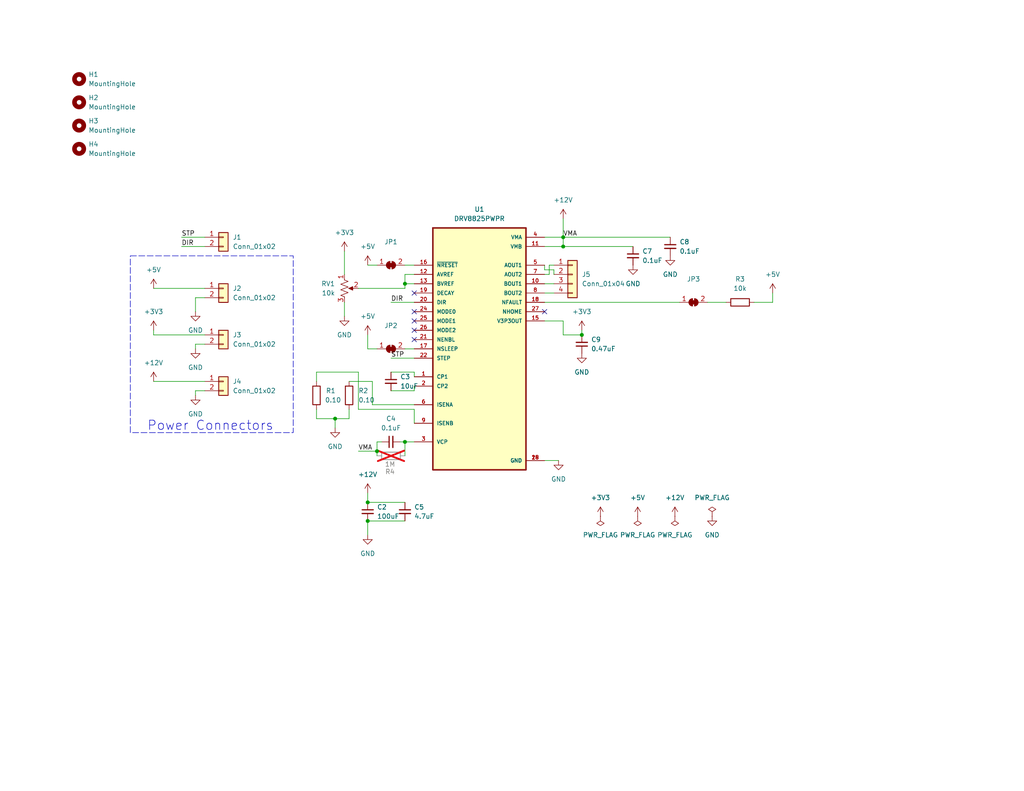
<source format=kicad_sch>
(kicad_sch (version 20231120) (generator "eeschema") (generator_version "8.0")
  (paper "USLetter")
  (title_block (title "Motor Driver") (date "2025-03-12") (rev "1.0") (company "ECE 445: Senior Capstone Project") (comment 1 "Designed By: Arash Amiri & Omkar Kulkarni"))
  (lib_symbols
    (symbol "Connector_Generic:Conn_01x02" (pin_names (offset 1.016) hide)
      (property "Reference" "J" (at 0 2.54 0))
      (property "Value" "Conn_01x02" (at 0 -5.08 0))
      (symbol "Conn_01x02_1_1"
        (rectangle (start -1.27 -2.413) (end 0 -2.667) (stroke (width 0.1524)))
        (rectangle (start -1.27 0.127) (end 0 -0.127) (stroke (width 0.1524)))
        (rectangle (start -1.27 1.27) (end 1.27 -3.81) (stroke (width 0.254)) (fill (type background)))
        (pin passive line (at -5.08 0 0) (length 3.81) (name "Pin_1") (number "1"))
        (pin passive line (at -5.08 -2.54 0) (length 3.81) (name "Pin_2") (number "2"))
      )
    )
    (symbol "Connector_Generic:Conn_01x04" (pin_names (offset 1.016) hide)
      (property "Reference" "J" (at 0 5.08 0))
      (property "Value" "Conn_01x04" (at 0 -7.62 0))
      (symbol "Conn_01x04_1_1"
        (rectangle (start -1.27 -4.953) (end 0 -5.207) (stroke (width 0.1524)))
        (rectangle (start -1.27 -2.413) (end 0 -2.667) (stroke (width 0.1524)))
        (rectangle (start -1.27 0.127) (end 0 -0.127) (stroke (width 0.1524)))
        (rectangle (start -1.27 2.667) (end 0 2.413) (stroke (width 0.1524)))
        (rectangle (start -1.27 3.81) (end 1.27 -6.35) (stroke (width 0.254)) (fill (type background)))
        (pin passive line (at -5.08 2.54 0) (length 3.81) (name "Pin_1") (number "1"))
        (pin passive line (at -5.08 0 0) (length 3.81) (name "Pin_2") (number "2"))
        (pin passive line (at -5.08 -2.54 0) (length 3.81) (name "Pin_3") (number "3"))
        (pin passive line (at -5.08 -5.08 0) (length 3.81) (name "Pin_4") (number "4"))
      )
    )
    (symbol "DRV8825PWPR:DRV8825PWPR" (pin_names (offset 1.016))
      (property "Reference" "U" (at -12.7 34.02 0))
      (property "Value" "DRV8825PWPR" (at -12.7 -37.02 0))
      (symbol "DRV8825PWPR_0_0"
        (rectangle (start -12.7 -33.02) (end 12.7 33.02) (stroke (width 0.41)) (fill (type background)))
        (pin bidirectional line (at -17.78 -7.62 0) (length 5.08) (name "CP1") (number "1"))
        (pin output line (at 17.78 17.78 180) (length 5.08) (name "BOUT1") (number "10"))
        (pin power_in line (at 17.78 27.94 180) (length 5.08) (name "VMB") (number "11"))
        (pin input line (at -17.78 20.32 0) (length 5.08) (name "AVREF") (number "12"))
        (pin input line (at -17.78 17.78 0) (length 5.08) (name "BVREF") (number "13"))
        (pin power_in line (at 17.78 -30.48 180) (length 5.08) (name "GND") (number "14"))
        (pin output line (at 17.78 7.62 180) (length 5.08) (name "V3P3OUT") (number "15"))
        (pin input line (at -17.78 22.86 0) (length 5.08) (name "~{NRESET}") (number "16"))
        (pin input line (at -17.78 0 0) (length 5.08) (name "NSLEEP") (number "17"))
        (pin output line (at 17.78 12.7 180) (length 5.08) (name "NFAULT") (number "18"))
        (pin input line (at -17.78 15.24 0) (length 5.08) (name "DECAY") (number "19"))
        (pin bidirectional line (at -17.78 -10.16 0) (length 5.08) (name "CP2") (number "2"))
        (pin input line (at -17.78 12.7 0) (length 5.08) (name "DIR") (number "20"))
        (pin input line (at -17.78 2.54 0) (length 5.08) (name "NENBL") (number "21"))
        (pin input line (at -17.78 -2.54 0) (length 5.08) (name "STEP") (number "22"))
        (pin input line (at -17.78 10.16 0) (length 5.08) (name "MODE0") (number "24"))
        (pin input line (at -17.78 7.62 0) (length 5.08) (name "MODE1") (number "25"))
        (pin input line (at -17.78 5.08 0) (length 5.08) (name "MODE2") (number "26"))
        (pin output line (at 17.78 10.16 180) (length 5.08) (name "NHOME") (number "27"))
        (pin power_in line (at 17.78 -30.48 180) (length 5.08) (name "GND") (number "28"))
        (pin bidirectional line (at -17.78 -25.4 0) (length 5.08) (name "VCP") (number "3"))
        (pin power_in line (at 17.78 30.48 180) (length 5.08) (name "VMA") (number "4"))
        (pin output line (at 17.78 22.86 180) (length 5.08) (name "AOUT1") (number "5"))
        (pin bidirectional line (at -17.78 -15.24 0) (length 5.08) (name "ISENA") (number "6"))
        (pin output line (at 17.78 20.32 180) (length 5.08) (name "AOUT2") (number "7"))
        (pin output line (at 17.78 15.24 180) (length 5.08) (name "BOUT2") (number "8"))
        (pin bidirectional line (at -17.78 -20.32 0) (length 5.08) (name "ISENB") (number "9"))
      )
    )
    (symbol "Device:R_Potentiometer_US" (pin_names (offset 1.016) hide)
      (property "Reference" "RV" (at -4.445 0 90))
      (property "Value" "R_Potentiometer_US" (at -2.54 0 90))
      (symbol "R_Potentiometer_US_0_1"
        (polyline (pts (xy 0 -2.286) (xy 0 -2.54)))
        (polyline (pts (xy 0 2.54) (xy 0 2.286)))
        (polyline (pts (xy 2.54 0) (xy 1.524 0)))
        (polyline (pts (xy 1.143 0) (xy 2.286 0.508) (xy 2.286 -0.508) (xy 1.143 0)) (fill (type outline)))
        (polyline (pts (xy 0 -0.762) (xy 1.016 -1.143) (xy 0 -1.524) (xy -1.016 -1.905) (xy 0 -2.286)))
        (polyline (pts (xy 0 0.762) (xy 1.016 0.381) (xy 0 0) (xy -1.016 -0.381) (xy 0 -0.762)))
        (polyline (pts (xy 0 2.286) (xy 1.016 1.905) (xy 0 1.524) (xy -1.016 1.143) (xy 0 0.762)))
      )
      (symbol "R_Potentiometer_US_1_1"
        (pin passive line (at 0 3.81 270) (length 1.27) (name "1") (number "1"))
        (pin passive line (at 3.81 0 180) (length 1.27) (name "2") (number "2"))
        (pin passive line (at 0 -3.81 90) (length 1.27) (name "3") (number "3"))
      )
    )
    (symbol "Jumper:SolderJumper_2_Bridged" (pin_names (offset 0) hide)
      (property "Reference" "JP" (at 0 2.032 0))
      (property "Value" "SolderJumper_2_Bridged" (at 0 -2.54 0))
      (symbol "SolderJumper_2_Bridged_0_1"
        (rectangle (start -0.508 0.508) (end 0.508 -0.508) (fill (type outline)))
        (arc (start -0.254 1.016) (mid -1.2655 0) (end -0.254 -1.016))
        (arc (start -0.254 1.016) (mid -1.2655 0) (end -0.254 -1.016) (fill (type outline)))
        (polyline (pts (xy -0.254 1.016) (xy -0.254 -1.016)))
        (polyline (pts (xy 0.254 1.016) (xy 0.254 -1.016)))
        (arc (start 0.254 -1.016) (mid 1.2655 0) (end 0.254 1.016))
        (arc (start 0.254 -1.016) (mid 1.2655 0) (end 0.254 1.016) (fill (type outline)))
      )
      (symbol "SolderJumper_2_Bridged_1_1"
        (pin passive line (at -3.81 0 0) (length 2.54) (name "A") (number "1"))
        (pin passive line (at 3.81 0 180) (length 2.54) (name "B") (number "2"))
      )
    )
    (symbol "Mechanical:MountingHole" (pin_names (offset 1.016))
      (property "Reference" "H" (at 0 5.08 0))
      (property "Value" "MountingHole" (at 0 3.175 0))
      (symbol "MountingHole_0_1"
        (circle (center 0 0) (radius 1.27) (stroke (width 1.27)))
      )
    )
    (symbol "device:C_Small" (pin_numbers hide) (pin_names (offset 0.254) hide)
      (property "Reference" "C" (at 0.254 1.778 0))
      (property "Value" "C_Small" (at 0.254 -2.032 0))
      (symbol "C_Small_0_1"
        (polyline (pts (xy -1.524 -0.508) (xy 1.524 -0.508)) (stroke (width 0.3302)))
        (polyline (pts (xy -1.524 0.508) (xy 1.524 0.508)) (stroke (width 0.3048)))
      )
      (symbol "C_Small_1_1"
        (pin passive line (at 0 2.54 270) (length 2.032) (name "~") (number "1"))
        (pin passive line (at 0 -2.54 90) (length 2.032) (name "~") (number "2"))
      )
    )
    (symbol "device:R" (pin_numbers hide) (pin_names (offset 0))
      (property "Reference" "R" (at 2.032 0 90))
      (property "Value" "R" (at 0 0 90))
      (symbol "R_0_1"
        (rectangle (start -1.016 -2.54) (end 1.016 2.54) (stroke (width 0.254)))
      )
      (symbol "R_1_1"
        (pin passive line (at 0 3.81 270) (length 1.27) (name "~") (number "1"))
        (pin passive line (at 0 -3.81 90) (length 1.27) (name "~") (number "2"))
      )
    )
    (symbol "power:+12V" (power) (pin_names (offset 0))
      (property "Value" "+12V" (at 0 3.556 0))
      (symbol "+12V_0_1"
        (polyline (pts (xy -0.762 1.27) (xy 0 2.54)))
        (polyline (pts (xy 0 0) (xy 0 2.54)))
        (polyline (pts (xy 0 2.54) (xy 0.762 1.27)))
      )
      (symbol "+12V_1_1"
        (pin power_in line (at 0 0 90) (length 0) hide (name "+12V") (number "1"))
      )
    )
    (symbol "power:+3V3" (power) (pin_names (offset 0))
      (property "Value" "+3V3" (at 0 3.556 0))
      (symbol "+3V3_0_1"
        (polyline (pts (xy -0.762 1.27) (xy 0 2.54)))
        (polyline (pts (xy 0 0) (xy 0 2.54)))
        (polyline (pts (xy 0 2.54) (xy 0.762 1.27)))
      )
      (symbol "+3V3_1_1"
        (pin power_in line (at 0 0 90) (length 0) hide (name "+3V3") (number "1"))
      )
    )
    (symbol "power:+5V" (power) (pin_names (offset 0))
      (property "Value" "+5V" (at 0 3.556 0))
      (symbol "+5V_0_1"
        (polyline (pts (xy -0.762 1.27) (xy 0 2.54)))
        (polyline (pts (xy 0 0) (xy 0 2.54)))
        (polyline (pts (xy 0 2.54) (xy 0.762 1.27)))
      )
      (symbol "+5V_1_1"
        (pin power_in line (at 0 0 90) (length 0) hide (name "+5V") (number "1"))
      )
    )
    (symbol "power:GND" (power) (pin_names (offset 0))
      (property "Value" "GND" (at 0 -3.81 0))
      (symbol "GND_0_1"
        (polyline (pts (xy 0 0) (xy 0 -1.27) (xy 1.27 -1.27) (xy 0 -2.54) (xy -1.27 -1.27) (xy 0 -1.27)))
      )
      (symbol "GND_1_1"
        (pin power_in line (at 0 0 270) (length 0) hide (name "GND") (number "1"))
      )
    )
    (symbol "power:PWR_FLAG" (power) (pin_numbers hide) (pin_names (offset 0) hide)
      (property "Value" "PWR_FLAG" (at 0 3.81 0))
      (symbol "PWR_FLAG_0_0"
        (pin power_out line (at 0 0 90) (length 0) (name "pwr") (number "1"))
      )
      (symbol "PWR_FLAG_0_1"
        (polyline (pts (xy 0 0) (xy 0 1.27) (xy -1.016 1.905) (xy 0 2.54) (xy 1.016 1.905) (xy 0 1.27)))
      )
    )
  )
  (junction (at 110.49 77.47))
  (junction (at 100.33 142.24))
  (junction (at 158.75 91.44))
  (junction (at 102.87 123.19))
  (junction (at 91.44 114.3))
  (junction (at 100.33 137.16))
  (junction (at 110.49 120.65))
  (junction (at 153.67 64.77))
  (junction (at 153.67 67.31))
  (no_connect (at 113.03 87.63))
  (no_connect (at 113.03 80.01))
  (no_connect (at 113.03 85.09))
  (no_connect (at 113.03 90.17))
  (no_connect (at 148.59 85.09))
  (no_connect (at 113.03 92.71))
  (wire (pts (xy 106.68 101.6) (xy 113.03 101.6)))
  (wire (pts (xy 149.86 74.93) (xy 149.86 72.39)))
  (wire (pts (xy 100.33 142.24) (xy 100.33 146.05)))
  (wire (pts (xy 148.59 64.77) (xy 153.67 64.77)))
  (wire (pts (xy 148.59 80.01) (xy 151.13 80.01)))
  (wire (pts (xy 110.49 120.65) (xy 113.03 120.65)))
  (wire (pts (xy 49.53 64.77) (xy 55.88 64.77)))
  (wire (pts (xy 97.79 111.76) (xy 97.79 101.6)))
  (wire (pts (xy 148.59 87.63) (xy 153.67 87.63)))
  (wire (pts (xy 91.44 114.3) (xy 91.44 116.84)))
  (wire (pts (xy 148.59 72.39) (xy 148.59 73.66)))
  (wire (pts (xy 53.34 93.98) (xy 53.34 95.25)))
  (wire (pts (xy 148.59 82.55) (xy 185.42 82.55)))
  (wire (pts (xy 158.75 90.17) (xy 158.75 91.44)))
  (wire (pts (xy 148.59 67.31) (xy 153.67 67.31)))
  (wire (pts (xy 110.49 95.25) (xy 113.03 95.25)))
  (wire (pts (xy 153.67 67.31) (xy 153.67 64.77)))
  (wire (pts (xy 193.04 82.55) (xy 198.12 82.55)))
  (wire (pts (xy 113.03 110.49) (xy 101.6 110.49)))
  (wire (pts (xy 110.49 74.93) (xy 110.49 77.47)))
  (wire (pts (xy 153.67 87.63) (xy 153.67 91.44)))
  (wire (pts (xy 153.67 59.69) (xy 153.67 64.77)))
  (wire (pts (xy 113.03 105.41) (xy 113.03 106.68)))
  (wire (pts (xy 102.87 123.19) (xy 102.87 120.65)))
  (wire (pts (xy 110.49 72.39) (xy 113.03 72.39)))
  (wire (pts (xy 113.03 106.68) (xy 106.68 106.68)))
  (wire (pts (xy 109.22 120.65) (xy 110.49 120.65)))
  (wire (pts (xy 110.49 78.74) (xy 110.49 77.47)))
  (wire (pts (xy 149.86 72.39) (xy 151.13 72.39)))
  (wire (pts (xy 102.87 123.19) (xy 102.87 124.46)))
  (wire (pts (xy 55.88 93.98) (xy 53.34 93.98)))
  (wire (pts (xy 100.33 134.62) (xy 100.33 137.16)))
  (wire (pts (xy 86.36 101.6) (xy 86.36 104.14)))
  (wire (pts (xy 153.67 91.44) (xy 158.75 91.44)))
  (wire (pts (xy 93.98 82.55) (xy 93.98 86.36)))
  (wire (pts (xy 100.33 72.39) (xy 102.87 72.39)))
  (wire (pts (xy 97.79 101.6) (xy 86.36 101.6)))
  (wire (pts (xy 86.36 114.3) (xy 91.44 114.3)))
  (wire (pts (xy 95.25 111.76) (xy 95.25 114.3)))
  (wire (pts (xy 106.68 82.55) (xy 113.03 82.55)))
  (wire (pts (xy 101.6 104.14) (xy 95.25 104.14)))
  (wire (pts (xy 91.44 114.3) (xy 95.25 114.3)))
  (wire (pts (xy 104.14 120.65) (xy 102.87 120.65)))
  (wire (pts (xy 55.88 91.44) (xy 41.91 91.44)))
  (wire (pts (xy 110.49 77.47) (xy 113.03 77.47)))
  (wire (pts (xy 93.98 74.93) (xy 93.98 68.58)))
  (wire (pts (xy 101.6 110.49) (xy 101.6 104.14)))
  (wire (pts (xy 148.59 74.93) (xy 149.86 74.93)))
  (wire (pts (xy 110.49 120.65) (xy 110.49 124.46)))
  (wire (pts (xy 148.59 125.73) (xy 152.4 125.73)))
  (wire (pts (xy 106.68 97.79) (xy 113.03 97.79)))
  (wire (pts (xy 53.34 106.68) (xy 53.34 107.95)))
  (wire (pts (xy 113.03 111.76) (xy 97.79 111.76)))
  (wire (pts (xy 97.79 78.74) (xy 110.49 78.74)))
  (wire (pts (xy 41.91 91.44) (xy 41.91 90.17)))
  (wire (pts (xy 100.33 95.25) (xy 102.87 95.25)))
  (wire (pts (xy 153.67 64.77) (xy 182.88 64.77)))
  (wire (pts (xy 53.34 81.28) (xy 53.34 85.09)))
  (wire (pts (xy 49.53 67.31) (xy 55.88 67.31)))
  (wire (pts (xy 148.59 77.47) (xy 151.13 77.47)))
  (wire (pts (xy 153.67 67.31) (xy 172.72 67.31)))
  (wire (pts (xy 41.91 78.74) (xy 55.88 78.74)))
  (wire (pts (xy 151.13 74.93) (xy 151.13 73.66)))
  (wire (pts (xy 100.33 142.24) (xy 110.49 142.24)))
  (wire (pts (xy 205.74 82.55) (xy 210.82 82.55)))
  (wire (pts (xy 55.88 81.28) (xy 53.34 81.28)))
  (wire (pts (xy 86.36 114.3) (xy 86.36 111.76)))
  (wire (pts (xy 41.91 104.14) (xy 55.88 104.14)))
  (wire (pts (xy 102.87 123.19) (xy 97.79 123.19)))
  (wire (pts (xy 55.88 106.68) (xy 53.34 106.68)))
  (wire (pts (xy 100.33 137.16) (xy 110.49 137.16)))
  (wire (pts (xy 100.33 95.25) (xy 100.33 91.44)))
  (wire (pts (xy 151.13 73.66) (xy 148.59 73.66)))
  (wire (pts (xy 113.03 74.93) (xy 110.49 74.93)))
  (wire (pts (xy 113.03 115.57) (xy 113.03 111.76)))
  (wire (pts (xy 210.82 82.55) (xy 210.82 80.01)))
  (wire (pts (xy 113.03 101.6) (xy 113.03 102.87)))
  (rectangle (start 35.56 69.85) (end 80.01 118.11) (stroke (width 0) (type dash)))
  (text "Power Connectors\n" (at 57.404 116.332 0) (effects (font (size 2.54 2.54))))
  (label "DIR" (at 49.53 67.31 0))
  (label "VMA" (at 97.79 123.19 0))
  (label "STP" (at 49.53 64.77 0))
  (label "STP" (at 106.68 97.79 0))
  (label "DIR" (at 106.68 82.55 0))
  (label "VMA" (at 153.67 64.77 0))
  (symbol (lib_id "power:GND") (at 182.88 69.85 0) (unit 1)
    (property "Reference" "#PWR022" (effects (hide yes)))
    (property "Value" "GND" (at 182.88 74.93 0))
    (property "Description" "Power symbol creates a global label with name \"GND\" , ground" (effects (hide yes)))
  )
  (symbol (lib_id "power:+3V3") (at 163.83 140.97 0) (unit 1)
    (property "Reference" "#PWR016" (effects (hide yes)))
    (property "Value" "+3V3" (at 163.83 135.89 0))
    (property "Description" "Power symbol creates a global label with name \"+3V3\"" (effects (hide yes)))
  )
  (symbol (lib_id "power:PWR_FLAG") (at 163.83 140.97 180) (unit 1)
    (property "Reference" "#FLG01" (effects (hide yes)))
    (property "Value" "PWR_FLAG" (at 163.83 146.05 0))
    (property "Description" "Special symbol for telling ERC where power comes from" (effects (hide yes)))
  )
  (symbol (lib_id "power:PWR_FLAG") (at 173.99 140.97 180) (unit 1)
    (property "Reference" "#FLG02" (effects (hide yes)))
    (property "Value" "PWR_FLAG" (at 173.99 146.05 0))
    (property "Description" "Special symbol for telling ERC where power comes from" (effects (hide yes)))
  )
  (symbol (lib_id "power:+5V") (at 100.33 72.39 0) (unit 1)
    (property "Reference" "#PWR024" (effects (hide yes)))
    (property "Value" "+5V" (at 100.33 67.31 0))
    (property "Description" "Power symbol creates a global label with name \"+5V\"" (effects (hide yes)))
  )
  (symbol (lib_id "Mechanical:MountingHole") (at 21.59 40.64 0) (unit 1)
    (property "Reference" "H4" (at 24.13 39.3699 0) (effects (justify left)))
    (property "Value" "MountingHole" (at 24.13 41.9099 0) (effects (justify left)))
    (property "Footprint" "MountingHole:MountingHole_3.2mm_M3" (effects (hide yes)))
    (property "Description" "Mounting Hole without connection" (effects (hide yes)))
  )
  (symbol (lib_id "device:R") (at 86.36 107.95 0) (unit 1)
    (property "Reference" "R1" (at 88.9 106.6799 0) (effects (justify left)))
    (property "Value" "0.10" (at 88.646 109.22 0) (effects (justify left)))
    (property "Footprint" "Resistor_SMD:R_1206_3216Metric" (effects (hide yes)))
    (property "Description" "Resistor" (effects (hide yes)))
  )
  (symbol (lib_id "Connector_Generic:Conn_01x02") (at 60.96 91.44 0) (unit 1)
    (property "Reference" "J3" (at 63.5 91.4399 0) (effects (justify left)))
    (property "Value" "Conn_01x02" (at 63.5 93.9799 0) (effects (justify left)))
    (property "Footprint" "Connector_Molex:Molex_KK-254_AE-6410-02A_1x02_P2.54mm_Vertical" (effects (hide yes)))
    (property "Description" "Generic connector, single row, 01x02, script generated (kicad-library-utils/schlib/autogen/connector/)" (effects (hide yes)))
  )
  (symbol (lib_id "power:GND") (at 158.75 96.52 0) (unit 1)
    (property "Reference" "#PWR014" (effects (hide yes)))
    (property "Value" "GND" (at 158.75 101.6 0))
    (property "Description" "Power symbol creates a global label with name \"GND\" , ground" (effects (hide yes)))
  )
  (symbol (lib_id "Connector_Generic:Conn_01x04") (at 156.21 74.93 0) (unit 1)
    (property "Reference" "J5" (at 158.75 74.9299 0) (effects (justify left)))
    (property "Value" "Conn_01x04" (at 158.75 77.4699 0) (effects (justify left)))
    (property "Footprint" "Connector_Molex:Molex_KK-254_AE-6410-04A_1x04_P2.54mm_Vertical" (effects (hide yes)))
    (property "Description" "Generic connector, single row, 01x04, script generated (kicad-library-utils/schlib/autogen/connector/)" (effects (hide yes)))
  )
  (symbol (lib_id "power:GND") (at 93.98 86.36 0) (unit 1)
    (property "Reference" "#PWR09" (effects (hide yes)))
    (property "Value" "GND" (at 93.98 91.44 0))
    (property "Description" "Power symbol creates a global label with name \"GND\" , ground" (effects (hide yes)))
  )
  (symbol (lib_id "power:+12V") (at 41.91 104.14 0) (unit 1)
    (property "Reference" "#PWR03" (effects (hide yes)))
    (property "Value" "+12V" (at 41.91 99.06 0))
    (property "Description" "Power symbol creates a global label with name \"+12V\"" (effects (hide yes)))
  )
  (symbol (lib_id "device:R") (at 106.68 124.46 270) (unit 1) (dnp yes)
    (property "Reference" "R4" (at 106.426 128.778 90))
    (property "Value" "1M" (at 106.426 126.746 90))
    (property "Footprint" "Resistor_SMD:R_0603_1608Metric" (effects (hide yes)))
    (property "Description" "Resistor" (effects (hide yes)))
  )
  (symbol (lib_id "power:GND") (at 172.72 72.39 0) (unit 1)
    (property "Reference" "#PWR021" (effects (hide yes)))
    (property "Value" "GND" (at 172.72 77.47 0))
    (property "Description" "Power symbol creates a global label with name \"GND\" , ground" (effects (hide yes)))
  )
  (symbol (lib_id "Device:R_Potentiometer_US") (at 93.98 78.74 0) (unit 1)
    (property "Reference" "RV1" (at 91.44 77.4699 0) (effects (justify right)))
    (property "Value" "10k" (at 91.44 80.0099 0) (effects (justify right)))
    (property "Footprint" "Potentiometer_THT:Potentiometer_Bourns_PTV09A-1_Single_Vertical" (effects (hide yes)))
    (property "Description" "Potentiometer, US symbol" (effects (hide yes)))
  )
  (symbol (lib_id "power:GND") (at 53.34 95.25 0) (unit 1)
    (property "Reference" "#PWR04" (effects (hide yes)))
    (property "Value" "GND" (at 53.34 100.33 0))
    (property "Description" "Power symbol creates a global label with name \"GND\" , ground" (effects (hide yes)))
  )
  (symbol (lib_id "device:C_Small") (at 106.68 104.14 0) (unit 1)
    (property "Reference" "C3" (at 109.22 102.8762 0) (effects (justify left)))
    (property "Value" "10uF" (at 109.22 105.4162 0) (effects (justify left)))
    (property "Footprint" "Capacitor_SMD:C_0805_2012Metric" (effects (hide yes)))
    (property "Description" "Unpolarized capacitor, small symbol" (effects (hide yes)))
  )
  (symbol (lib_id "Connector_Generic:Conn_01x02") (at 60.96 64.77 0) (unit 1)
    (property "Reference" "J1" (at 63.5 64.7699 0) (effects (justify left)))
    (property "Value" "Conn_01x02" (at 63.5 67.3099 0) (effects (justify left)))
    (property "Footprint" "Connector_Molex:Molex_KK-254_AE-6410-02A_1x02_P2.54mm_Vertical" (effects (hide yes)))
    (property "Description" "Generic connector, single row, 01x02, script generated (kicad-library-utils/schlib/autogen/connector/)" (effects (hide yes)))
  )
  (symbol (lib_id "Jumper:SolderJumper_2_Bridged") (at 189.23 82.55 0) (unit 1)
    (property "Reference" "JP3" (at 189.23 76.2 0))
    (property "Value" "SolderJumper_2_Bridged" (effects (hide yes)))
    (property "Footprint" "Jumper:SolderJumper-2_P1.3mm_Bridged_RoundedPad1.0x1.5mm" (effects (hide yes)))
    (property "Description" "Solder Jumper, 2-pole, closed/bridged" (effects (hide yes)))
  )
  (symbol (lib_id "device:C_Small") (at 182.88 67.31 0) (unit 1)
    (property "Reference" "C8" (at 185.42 66.0462 0) (effects (justify left)))
    (property "Value" "0.1uF" (at 185.42 68.5862 0) (effects (justify left)))
    (property "Footprint" "Capacitor_SMD:C_0805_2012Metric" (effects (hide yes)))
    (property "Description" "Unpolarized capacitor, small symbol" (effects (hide yes)))
  )
  (symbol (lib_id "power:+12V") (at 184.15 140.97 0) (unit 1)
    (property "Reference" "#PWR018" (effects (hide yes)))
    (property "Value" "+12V" (at 184.15 135.89 0))
    (property "Description" "Power symbol creates a global label with name \"+12V\"" (effects (hide yes)))
  )
  (symbol (lib_id "power:+5V") (at 210.82 80.01 0) (unit 1)
    (property "Reference" "#PWR015" (effects (hide yes)))
    (property "Value" "+5V" (at 210.82 74.93 0))
    (property "Description" "Power symbol creates a global label with name \"+5V\"" (effects (hide yes)))
  )
  (symbol (lib_id "device:R") (at 95.25 107.95 0) (unit 1)
    (property "Reference" "R2" (at 97.79 106.6799 0) (effects (justify left)))
    (property "Value" "0.10" (at 97.79 109.2199 0) (effects (justify left)))
    (property "Footprint" "Resistor_SMD:R_1206_3216Metric" (effects (hide yes)))
    (property "Description" "Resistor" (effects (hide yes)))
  )
  (symbol (lib_id "power:+12V") (at 100.33 134.62 0) (unit 1)
    (property "Reference" "#PWR023" (effects (hide yes)))
    (property "Value" "+12V" (at 100.33 129.54 0))
    (property "Description" "Power symbol creates a global label with name \"+12V\"" (effects (hide yes)))
  )
  (symbol (lib_id "power:GND") (at 100.33 146.05 0) (unit 1)
    (property "Reference" "#PWR011" (effects (hide yes)))
    (property "Value" "GND" (at 100.33 151.13 0))
    (property "Description" "Power symbol creates a global label with name \"GND\" , ground" (effects (hide yes)))
  )
  (symbol (lib_id "Jumper:SolderJumper_2_Bridged") (at 106.68 95.25 0) (unit 1)
    (property "Reference" "JP2" (at 106.68 88.9 0))
    (property "Value" "SolderJumper_2_Bridged" (effects (hide yes)))
    (property "Footprint" "Jumper:SolderJumper-2_P1.3mm_Bridged_RoundedPad1.0x1.5mm" (effects (hide yes)))
    (property "Description" "Solder Jumper, 2-pole, closed/bridged" (effects (hide yes)))
  )
  (symbol (lib_id "DRV8825PWPR:DRV8825PWPR") (at 130.81 95.25 0) (unit 1)
    (property "Reference" "U1" (at 130.81 57.15 0))
    (property "Value" "DRV8825PWPR" (at 130.81 59.69 0))
    (property "Footprint" "DRV8825:IC_TPS61196PWPRQ1" (effects (hide yes)))
    (property "MF" "Texas Instruments" (effects (hide yes)))
    (property "Description_1" "\n                        \n                            45-V, 2.5-A bipolar stepper motor driver with current regulation and 1/32 microstepping  \n                        \n" (effects (hide yes)))
    (property "Package" "HTSSOP-28 Texas Instruments" (effects (hide yes)))
    (property "Price" "None" (effects (hide yes)))
    (property "SnapEDA_Link" "https://www.snapeda.com/parts/DRV8825PWPR/Texas+Instruments/view-part/?ref=snap" (effects (hide yes)))
    (property "MP" "DRV8825PWPR" (effects (hide yes)))
    (property "Availability" "In Stock" (effects (hide yes)))
    (property "Check_prices" "https://www.snapeda.com/parts/DRV8825PWPR/Texas+Instruments/view-part/?ref=eda" (effects (hide yes)))
  )
  (symbol (lib_id "power:+12V") (at 153.67 59.69 0) (unit 1)
    (property "Reference" "#PWR013" (effects (hide yes)))
    (property "Value" "+12V" (at 153.67 54.61 0))
    (property "Description" "Power symbol creates a global label with name \"+12V\"" (effects (hide yes)))
  )
  (symbol (lib_id "power:GND") (at 152.4 125.73 0) (unit 1)
    (property "Reference" "#PWR012" (effects (hide yes)))
    (property "Value" "GND" (at 152.4 130.81 0))
    (property "Description" "Power symbol creates a global label with name \"GND\" , ground" (effects (hide yes)))
  )
  (symbol (lib_id "Jumper:SolderJumper_2_Bridged") (at 106.68 72.39 0) (unit 1)
    (property "Reference" "JP1" (at 106.68 66.04 0))
    (property "Value" "SolderJumper_2_Bridged" (effects (hide yes)))
    (property "Footprint" "Jumper:SolderJumper-2_P1.3mm_Bridged_RoundedPad1.0x1.5mm" (effects (hide yes)))
    (property "Description" "Solder Jumper, 2-pole, closed/bridged" (effects (hide yes)))
  )
  (symbol (lib_id "power:+5V") (at 41.91 78.74 0) (unit 1)
    (property "Reference" "#PWR01" (effects (hide yes)))
    (property "Value" "+5V" (at 41.91 73.66 0))
    (property "Description" "Power symbol creates a global label with name \"+5V\"" (effects (hide yes)))
  )
  (symbol (lib_id "device:C_Small") (at 158.75 93.98 180) (unit 1)
    (property "Reference" "C9" (at 161.29 92.7035 0) (effects (justify right)))
    (property "Value" "0.47uF" (at 161.29 95.2435 0) (effects (justify right)))
    (property "Footprint" "Capacitor_SMD:C_0805_2012Metric" (effects (hide yes)))
    (property "Description" "Unpolarized capacitor, small symbol" (effects (hide yes)))
  )
  (symbol (lib_id "power:+3V3") (at 158.75 90.17 0) (unit 1)
    (property "Reference" "#PWR020" (effects (hide yes)))
    (property "Value" "+3V3" (at 158.75 85.09 0))
    (property "Description" "Power symbol creates a global label with name \"+3V3\"" (effects (hide yes)))
  )
  (symbol (lib_id "power:+5V") (at 100.33 91.44 0) (unit 1)
    (property "Reference" "#PWR010" (effects (hide yes)))
    (property "Value" "+5V" (at 100.33 86.36 0))
    (property "Description" "Power symbol creates a global label with name \"+5V\"" (effects (hide yes)))
  )
  (symbol (lib_id "power:+3V3") (at 41.91 90.17 0) (unit 1)
    (property "Reference" "#PWR02" (effects (hide yes)))
    (property "Value" "+3V3" (at 41.91 85.09 0))
    (property "Description" "Power symbol creates a global label with name \"+3V3\"" (effects (hide yes)))
  )
  (symbol (lib_id "power:GND") (at 53.34 85.09 0) (unit 1)
    (property "Reference" "#PWR05" (effects (hide yes)))
    (property "Value" "GND" (at 53.34 90.17 0))
    (property "Description" "Power symbol creates a global label with name \"GND\" , ground" (effects (hide yes)))
  )
  (symbol (lib_id "power:GND") (at 53.34 107.95 0) (unit 1)
    (property "Reference" "#PWR06" (effects (hide yes)))
    (property "Value" "GND" (at 53.34 113.03 0))
    (property "Description" "Power symbol creates a global label with name \"GND\" , ground" (effects (hide yes)))
  )
  (symbol (lib_id "Mechanical:MountingHole") (at 21.59 21.59 0) (unit 1)
    (property "Reference" "H1" (at 24.13 20.3199 0) (effects (justify left)))
    (property "Value" "MountingHole" (at 24.13 22.8599 0) (effects (justify left)))
    (property "Footprint" "MountingHole:MountingHole_3.2mm_M3" (effects (hide yes)))
    (property "Description" "Mounting Hole without connection" (effects (hide yes)))
  )
  (symbol (lib_id "power:PWR_FLAG") (at 184.15 140.97 180) (unit 1)
    (property "Reference" "#FLG03" (effects (hide yes)))
    (property "Value" "PWR_FLAG" (at 184.15 146.05 0))
    (property "Description" "Special symbol for telling ERC where power comes from" (effects (hide yes)))
  )
  (symbol (lib_id "Connector_Generic:Conn_01x02") (at 60.96 78.74 0) (unit 1)
    (property "Reference" "J2" (at 63.5 78.7399 0) (effects (justify left)))
    (property "Value" "Conn_01x02" (at 63.5 81.2799 0) (effects (justify left)))
    (property "Footprint" "Connector_Molex:Molex_KK-254_AE-6410-02A_1x02_P2.54mm_Vertical" (effects (hide yes)))
    (property "Description" "Generic connector, single row, 01x02, script generated (kicad-library-utils/schlib/autogen/connector/)" (effects (hide yes)))
  )
  (symbol (lib_id "device:C_Small") (at 106.68 120.65 90) (unit 1)
    (property "Reference" "C4" (at 106.6863 114.3 90))
    (property "Value" "0.1uF" (at 106.6863 116.84 90))
    (property "Footprint" "Capacitor_SMD:C_0805_2012Metric" (effects (hide yes)))
    (property "Description" "Unpolarized capacitor, small symbol" (effects (hide yes)))
  )
  (symbol (lib_id "Mechanical:MountingHole") (at 21.59 27.94 0) (unit 1)
    (property "Reference" "H2" (at 24.13 26.6699 0) (effects (justify left)))
    (property "Value" "MountingHole" (at 24.13 29.2099 0) (effects (justify left)))
    (property "Footprint" "MountingHole:MountingHole_3.2mm_M3" (effects (hide yes)))
    (property "Description" "Mounting Hole without connection" (effects (hide yes)))
  )
  (symbol (lib_id "power:GND") (at 91.44 116.84 0) (unit 1)
    (property "Reference" "#PWR07" (effects (hide yes)))
    (property "Value" "GND" (at 91.44 121.92 0))
    (property "Description" "Power symbol creates a global label with name \"GND\" , ground" (effects (hide yes)))
  )
  (symbol (lib_id "device:C_Small") (at 172.72 69.85 0) (unit 1)
    (property "Reference" "C7" (at 175.26 68.5862 0) (effects (justify left)))
    (property "Value" "0.1uF" (at 175.26 71.1262 0) (effects (justify left)))
    (property "Footprint" "Capacitor_SMD:C_0805_2012Metric" (effects (hide yes)))
    (property "Description" "Unpolarized capacitor, small symbol" (effects (hide yes)))
  )
  (symbol (lib_id "device:C_Small") (at 100.33 139.7 0) (unit 1)
    (property "Reference" "C2" (at 102.87 138.4362 0) (effects (justify left)))
    (property "Value" "100uF" (at 102.87 140.9762 0) (effects (justify left)))
    (property "Footprint" "Capacitor_SMD:CP_Elec_6.3x5.8" (effects (hide yes)))
    (property "Description" "Unpolarized capacitor, small symbol" (effects (hide yes)))
  )
  (symbol (lib_id "power:+3V3") (at 93.98 68.58 0) (unit 1)
    (property "Reference" "#PWR08" (effects (hide yes)))
    (property "Value" "+3V3" (at 93.98 63.5 0))
    (property "Description" "Power symbol creates a global label with name \"+3V3\"" (effects (hide yes)))
  )
  (symbol (lib_id "power:+5V") (at 173.99 140.97 0) (unit 1)
    (property "Reference" "#PWR019" (effects (hide yes)))
    (property "Value" "+5V" (at 173.99 135.89 0))
    (property "Description" "Power symbol creates a global label with name \"+5V\"" (effects (hide yes)))
  )
  (symbol (lib_id "Connector_Generic:Conn_01x02") (at 60.96 104.14 0) (unit 1)
    (property "Reference" "J4" (at 63.5 104.1399 0) (effects (justify left)))
    (property "Value" "Conn_01x02" (at 63.5 106.6799 0) (effects (justify left)))
    (property "Footprint" "Connector_Molex:Molex_KK-254_AE-6410-02A_1x02_P2.54mm_Vertical" (effects (hide yes)))
    (property "Description" "Generic connector, single row, 01x02, script generated (kicad-library-utils/schlib/autogen/connector/)" (effects (hide yes)))
  )
  (symbol (lib_id "power:PWR_FLAG") (at 194.31 140.97 0) (unit 1)
    (property "Reference" "#FLG04" (effects (hide yes)))
    (property "Value" "PWR_FLAG" (at 194.31 135.89 0))
    (property "Description" "Special symbol for telling ERC where power comes from" (effects (hide yes)))
  )
  (symbol (lib_id "device:C_Small") (at 110.49 139.7 0) (unit 1)
    (property "Reference" "C5" (at 113.03 138.4362 0) (effects (justify left)))
    (property "Value" "4.7uF" (at 113.03 140.9762 0) (effects (justify left)))
    (property "Footprint" "Capacitor_SMD:C_0805_2012Metric" (effects (hide yes)))
    (property "Description" "Unpolarized capacitor, small symbol" (effects (hide yes)))
  )
  (symbol (lib_id "Mechanical:MountingHole") (at 21.59 34.29 0) (unit 1)
    (property "Reference" "H3" (at 24.13 33.0199 0) (effects (justify left)))
    (property "Value" "MountingHole" (at 24.13 35.5599 0) (effects (justify left)))
    (property "Footprint" "MountingHole:MountingHole_3.2mm_M3" (effects (hide yes)))
    (property "Description" "Mounting Hole without connection" (effects (hide yes)))
  )
  (symbol (lib_id "device:R") (at 201.93 82.55 90) (unit 1)
    (property "Reference" "R3" (at 201.93 76.2 90))
    (property "Value" "10k" (at 201.93 78.74 90))
    (property "Footprint" "Resistor_SMD:R_0805_2012Metric" (effects (hide yes)))
    (property "Description" "Resistor" (effects (hide yes)))
  )
  (symbol (lib_id "power:GND") (at 194.31 140.97 0) (unit 1)
    (property "Reference" "#PWR017" (effects (hide yes)))
    (property "Value" "GND" (at 194.31 146.05 0))
    (property "Description" "Power symbol creates a global label with name \"GND\" , ground" (effects (hide yes)))
  )
)
</source>
